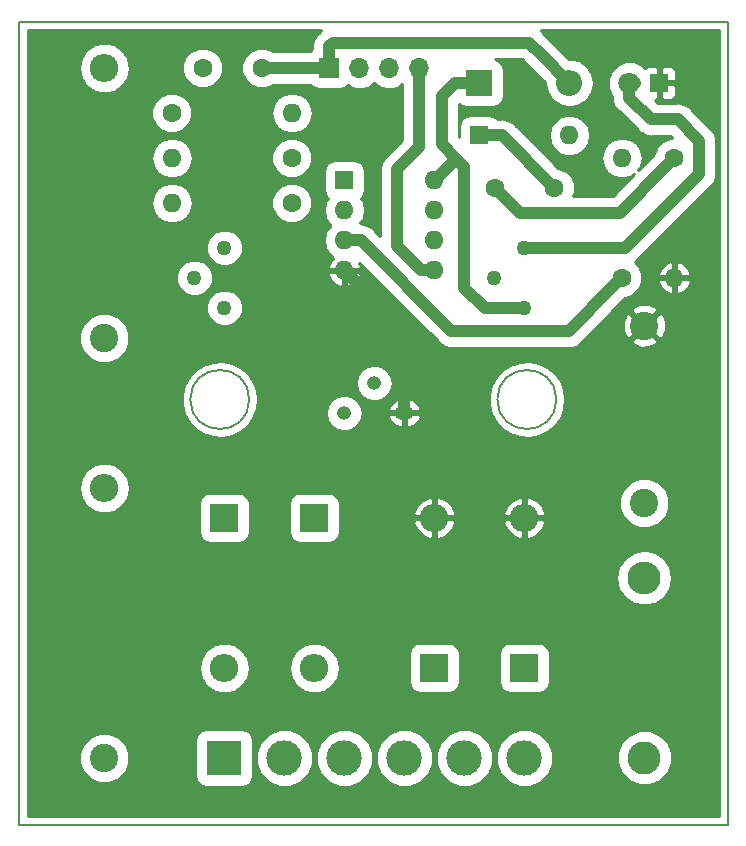
<source format=gbr>
G04 #@! TF.GenerationSoftware,KiCad,Pcbnew,5.0.2-bee76a0~70~ubuntu18.04.1*
G04 #@! TF.CreationDate,2019-02-04T19:22:58+01:00*
G04 #@! TF.ProjectId,regulator,72656775-6c61-4746-9f72-2e6b69636164,rev?*
G04 #@! TF.SameCoordinates,Original*
G04 #@! TF.FileFunction,Copper,L1,Top*
G04 #@! TF.FilePolarity,Positive*
%FSLAX46Y46*%
G04 Gerber Fmt 4.6, Leading zero omitted, Abs format (unit mm)*
G04 Created by KiCad (PCBNEW 5.0.2-bee76a0~70~ubuntu18.04.1) date Po 4. února 2019, 19:22:58 CET*
%MOMM*%
%LPD*%
G01*
G04 APERTURE LIST*
G04 #@! TA.AperFunction,NonConductor*
%ADD10C,0.200000*%
G04 #@! TD*
G04 #@! TA.AperFunction,ComponentPad*
%ADD11C,1.600000*%
G04 #@! TD*
G04 #@! TA.AperFunction,ComponentPad*
%ADD12C,2.400000*%
G04 #@! TD*
G04 #@! TA.AperFunction,ComponentPad*
%ADD13O,2.400000X2.400000*%
G04 #@! TD*
G04 #@! TA.AperFunction,ComponentPad*
%ADD14R,2.400000X2.400000*%
G04 #@! TD*
G04 #@! TA.AperFunction,ComponentPad*
%ADD15R,2.200000X2.200000*%
G04 #@! TD*
G04 #@! TA.AperFunction,ComponentPad*
%ADD16O,2.200000X2.200000*%
G04 #@! TD*
G04 #@! TA.AperFunction,ComponentPad*
%ADD17R,1.600000X1.600000*%
G04 #@! TD*
G04 #@! TA.AperFunction,ComponentPad*
%ADD18O,1.600000X1.600000*%
G04 #@! TD*
G04 #@! TA.AperFunction,ComponentPad*
%ADD19C,1.800000*%
G04 #@! TD*
G04 #@! TA.AperFunction,ComponentPad*
%ADD20O,1.600000X1.200000*%
G04 #@! TD*
G04 #@! TA.AperFunction,ComponentPad*
%ADD21O,1.200000X1.200000*%
G04 #@! TD*
G04 #@! TA.AperFunction,ComponentPad*
%ADD22R,1.700000X1.700000*%
G04 #@! TD*
G04 #@! TA.AperFunction,ComponentPad*
%ADD23O,1.700000X1.700000*%
G04 #@! TD*
G04 #@! TA.AperFunction,ComponentPad*
%ADD24C,3.000000*%
G04 #@! TD*
G04 #@! TA.AperFunction,ComponentPad*
%ADD25R,3.000000X3.000000*%
G04 #@! TD*
G04 #@! TA.AperFunction,ComponentPad*
%ADD26C,2.800000*%
G04 #@! TD*
G04 #@! TA.AperFunction,ComponentPad*
%ADD27O,2.800000X2.800000*%
G04 #@! TD*
G04 #@! TA.AperFunction,ComponentPad*
%ADD28C,1.260000*%
G04 #@! TD*
G04 #@! TA.AperFunction,Conductor*
%ADD29C,1.000000*%
G04 #@! TD*
G04 #@! TA.AperFunction,Conductor*
%ADD30C,0.254000*%
G04 #@! TD*
G04 APERTURE END LIST*
D10*
X138001100Y-103003600D02*
G75*
G03X138001100Y-103003600I-2500000J0D01*
G01*
X178501100Y-71003600D02*
X118501100Y-71003600D01*
X178501100Y-71003600D02*
X178501100Y-139003600D01*
X164001100Y-103003600D02*
G75*
G03X164001100Y-103003600I-2500000J0D01*
G01*
X118501100Y-71003600D02*
X118501100Y-139003600D01*
X178501100Y-139003600D02*
X118501100Y-139003600D01*
D11*
G04 #@! TO.P,C1,1*
G04 #@! TO.N,Net-(C1-Pad1)*
X158830000Y-85090000D03*
G04 #@! TO.P,C1,2*
G04 #@! TO.N,Net-(C1-Pad2)*
X163830000Y-85090000D03*
G04 #@! TD*
G04 #@! TO.P,C2,2*
G04 #@! TO.N,GNDREF*
X139065000Y-74930000D03*
G04 #@! TO.P,C2,1*
G04 #@! TO.N,Net-(C2-Pad1)*
X134065000Y-74930000D03*
G04 #@! TD*
D12*
G04 #@! TO.P,C3,1*
G04 #@! TO.N,Net-(C3-Pad1)*
X171450000Y-111760000D03*
G04 #@! TO.P,C3,2*
G04 #@! TO.N,GND*
X171450000Y-96760000D03*
G04 #@! TD*
D13*
G04 #@! TO.P,D1,2*
G04 #@! TO.N,Net-(D1-Pad2)*
X143510000Y-125730000D03*
D14*
G04 #@! TO.P,D1,1*
G04 #@! TO.N,Net-(D1-Pad1)*
X143510000Y-113030000D03*
G04 #@! TD*
D13*
G04 #@! TO.P,D2,2*
G04 #@! TO.N,GND*
X153670000Y-113030000D03*
D14*
G04 #@! TO.P,D2,1*
G04 #@! TO.N,Net-(D1-Pad2)*
X153670000Y-125730000D03*
G04 #@! TD*
G04 #@! TO.P,D3,1*
G04 #@! TO.N,Net-(D1-Pad1)*
X135890000Y-113030000D03*
D13*
G04 #@! TO.P,D3,2*
G04 #@! TO.N,Net-(D3-Pad2)*
X135890000Y-125730000D03*
G04 #@! TD*
D14*
G04 #@! TO.P,D4,1*
G04 #@! TO.N,Net-(D3-Pad2)*
X161290000Y-125730000D03*
D13*
G04 #@! TO.P,D4,2*
G04 #@! TO.N,GND*
X161290000Y-113030000D03*
G04 #@! TD*
D15*
G04 #@! TO.P,D5,1*
G04 #@! TO.N,VCC*
X157480000Y-76200000D03*
D16*
G04 #@! TO.P,D5,2*
G04 #@! TO.N,GNDREF*
X165100000Y-76200000D03*
G04 #@! TD*
D17*
G04 #@! TO.P,D6,1*
G04 #@! TO.N,Net-(C1-Pad2)*
X157480000Y-80645000D03*
D18*
G04 #@! TO.P,D6,2*
G04 #@! TO.N,Net-(C2-Pad1)*
X165100000Y-80645000D03*
G04 #@! TD*
D17*
G04 #@! TO.P,D7,1*
G04 #@! TO.N,GND*
X172720000Y-76200000D03*
D19*
G04 #@! TO.P,D7,2*
G04 #@! TO.N,GNDREF*
X170180000Y-76200000D03*
G04 #@! TD*
D20*
G04 #@! TO.P,D8,1*
G04 #@! TO.N,GND*
X151130000Y-104140000D03*
D21*
G04 #@! TO.P,D8,2*
G04 #@! TO.N,Net-(C1-Pad1)*
X148590000Y-101600000D03*
G04 #@! TO.P,D8,3*
G04 #@! TO.N,Net-(D1-Pad1)*
X146050000Y-104140000D03*
G04 #@! TD*
D22*
G04 #@! TO.P,HG1,1*
G04 #@! TO.N,GNDREF*
X144780000Y-74930000D03*
D23*
G04 #@! TO.P,HG1,2*
G04 #@! TO.N,Net-(HG1-Pad2)*
X147320000Y-74930000D03*
G04 #@! TO.P,HG1,3*
G04 #@! TO.N,VCC*
X149860000Y-74930000D03*
G04 #@! TO.P,HG1,4*
G04 #@! TO.N,Net-(HG1-Pad4)*
X152400000Y-74930000D03*
G04 #@! TD*
D24*
G04 #@! TO.P,J1,2*
G04 #@! TO.N,Net-(J1-Pad2)*
X140970000Y-133350000D03*
G04 #@! TO.P,J1,3*
G04 #@! TO.N,Net-(J1-Pad3)*
X146050000Y-133350000D03*
D25*
G04 #@! TO.P,J1,1*
G04 #@! TO.N,Net-(D3-Pad2)*
X135890000Y-133350000D03*
D24*
G04 #@! TO.P,J1,4*
G04 #@! TO.N,Net-(J1-Pad3)*
X151130000Y-133350000D03*
G04 #@! TO.P,J1,5*
G04 #@! TO.N,Net-(J1-Pad2)*
X156210000Y-133350000D03*
G04 #@! TO.P,J1,6*
G04 #@! TO.N,Net-(D1-Pad2)*
X161290000Y-133350000D03*
G04 #@! TD*
D12*
G04 #@! TO.P,R1,1*
G04 #@! TO.N,Net-(R1-Pad1)*
X125730000Y-97790000D03*
D13*
G04 #@! TO.P,R1,2*
G04 #@! TO.N,VCC*
X125730000Y-74930000D03*
G04 #@! TD*
G04 #@! TO.P,R2,2*
G04 #@! TO.N,Net-(R1-Pad1)*
X125730000Y-110490000D03*
D12*
G04 #@! TO.P,R2,1*
G04 #@! TO.N,Net-(D1-Pad1)*
X125730000Y-133350000D03*
G04 #@! TD*
D11*
G04 #@! TO.P,R4,1*
G04 #@! TO.N,Net-(R4-Pad1)*
X169545000Y-92710000D03*
D18*
G04 #@! TO.P,R4,2*
G04 #@! TO.N,Net-(R4-Pad2)*
X169545000Y-82550000D03*
G04 #@! TD*
G04 #@! TO.P,R5,2*
G04 #@! TO.N,Net-(R4-Pad1)*
X131445000Y-82550000D03*
D11*
G04 #@! TO.P,R5,1*
G04 #@! TO.N,Net-(C1-Pad2)*
X141605000Y-82550000D03*
G04 #@! TD*
D18*
G04 #@! TO.P,R6,2*
G04 #@! TO.N,Net-(R6-Pad2)*
X131445000Y-86360000D03*
D11*
G04 #@! TO.P,R6,1*
G04 #@! TO.N,Net-(C2-Pad1)*
X141605000Y-86360000D03*
G04 #@! TD*
D26*
G04 #@! TO.P,R7,1*
G04 #@! TO.N,Net-(D1-Pad1)*
X171450000Y-133350000D03*
D27*
G04 #@! TO.P,R7,2*
G04 #@! TO.N,Net-(C3-Pad1)*
X171450000Y-118110000D03*
G04 #@! TD*
D11*
G04 #@! TO.P,R8,1*
G04 #@! TO.N,Net-(C1-Pad1)*
X173990000Y-82550000D03*
D18*
G04 #@! TO.P,R8,2*
G04 #@! TO.N,GND*
X173990000Y-92710000D03*
G04 #@! TD*
D11*
G04 #@! TO.P,R9,1*
G04 #@! TO.N,Net-(R9-Pad1)*
X131445000Y-78740000D03*
D18*
G04 #@! TO.P,R9,2*
G04 #@! TO.N,Net-(HG1-Pad2)*
X141605000Y-78740000D03*
G04 #@! TD*
D28*
G04 #@! TO.P,RV1,1*
G04 #@! TO.N,Net-(R9-Pad1)*
X135890000Y-95250000D03*
G04 #@! TO.P,RV1,2*
G04 #@! TO.N,Net-(R6-Pad2)*
X133350000Y-92710000D03*
G04 #@! TO.P,RV1,3*
X135890000Y-90170000D03*
G04 #@! TD*
G04 #@! TO.P,RV2,3*
G04 #@! TO.N,GNDREF*
X161290000Y-90170000D03*
G04 #@! TO.P,RV2,2*
G04 #@! TO.N,Net-(R4-Pad2)*
X158750000Y-92710000D03*
G04 #@! TO.P,RV2,1*
G04 #@! TO.N,VCC*
X161290000Y-95250000D03*
G04 #@! TD*
D17*
G04 #@! TO.P,U1,1*
G04 #@! TO.N,Net-(C1-Pad2)*
X146050000Y-84455000D03*
D18*
G04 #@! TO.P,U1,5*
G04 #@! TO.N,Net-(HG1-Pad4)*
X153670000Y-92075000D03*
G04 #@! TO.P,U1,2*
G04 #@! TO.N,Net-(C2-Pad1)*
X146050000Y-86995000D03*
G04 #@! TO.P,U1,6*
G04 #@! TO.N,Net-(R9-Pad1)*
X153670000Y-89535000D03*
G04 #@! TO.P,U1,3*
G04 #@! TO.N,Net-(R4-Pad1)*
X146050000Y-89535000D03*
G04 #@! TO.P,U1,7*
G04 #@! TO.N,Net-(R6-Pad2)*
X153670000Y-86995000D03*
G04 #@! TO.P,U1,4*
G04 #@! TO.N,GND*
X146050000Y-92075000D03*
G04 #@! TO.P,U1,8*
G04 #@! TO.N,VCC*
X153670000Y-84455000D03*
G04 #@! TD*
D29*
G04 #@! TO.N,Net-(C1-Pad1)*
X169349999Y-87190001D02*
X173190001Y-83349999D01*
X173190001Y-83349999D02*
X173990000Y-82550000D01*
X160930001Y-87190001D02*
X169349999Y-87190001D01*
X158830000Y-85090000D02*
X160930001Y-87190001D01*
G04 #@! TO.N,Net-(C1-Pad2)*
X159385000Y-80645000D02*
X163830000Y-85090000D01*
X157480000Y-80645000D02*
X159385000Y-80645000D01*
G04 #@! TO.N,GND*
X151130000Y-97155000D02*
X146050000Y-92075000D01*
X151130000Y-104140000D02*
X151130000Y-97155000D01*
G04 #@! TO.N,VCC*
X157937000Y-95250000D02*
X156210000Y-93523000D01*
X161290000Y-95250000D02*
X157937000Y-95250000D01*
X156210000Y-93523000D02*
X156210000Y-83315002D01*
X155380000Y-76200000D02*
X157480000Y-76200000D01*
X154305000Y-77275000D02*
X155380000Y-76200000D01*
X154305000Y-81410002D02*
X154305000Y-77275000D01*
X154469999Y-83635003D02*
X155500000Y-82605002D01*
X153670000Y-84455000D02*
X154469999Y-83655001D01*
X156210000Y-83315002D02*
X155500000Y-82605002D01*
X154469999Y-83655001D02*
X154469999Y-83635003D01*
X155500000Y-82605002D02*
X154305000Y-81410002D01*
G04 #@! TO.N,Net-(HG1-Pad4)*
X152538630Y-92075000D02*
X153670000Y-92075000D01*
X150495000Y-83505000D02*
X150495000Y-90031370D01*
X152400000Y-74930000D02*
X152400000Y-81600000D01*
X150495000Y-90031370D02*
X152538630Y-92075000D01*
X152400000Y-81600000D02*
X150495000Y-83505000D01*
G04 #@! TO.N,Net-(R4-Pad1)*
X155098033Y-97180001D02*
X165074999Y-97180001D01*
X168745001Y-93509999D02*
X169545000Y-92710000D01*
X165074999Y-97180001D02*
X168745001Y-93509999D01*
X147453032Y-89535000D02*
X155098033Y-97180001D01*
X146050000Y-89535000D02*
X147453032Y-89535000D01*
G04 #@! TO.N,GNDREF*
X144780000Y-74930000D02*
X139065000Y-74930000D01*
X161290000Y-90170000D02*
X169830000Y-90170000D01*
X176090001Y-83909999D02*
X176090001Y-81090001D01*
X169830000Y-90170000D02*
X176090001Y-83909999D01*
X170180000Y-76200000D02*
X170619999Y-76200000D01*
X170180000Y-76200000D02*
X170180000Y-77472792D01*
X176090001Y-81090001D02*
X174292792Y-79292792D01*
X170180000Y-77472792D02*
X172000000Y-79292792D01*
X174292792Y-79292792D02*
X172000000Y-79292792D01*
X162779999Y-73879999D02*
X165100000Y-76200000D01*
X161679999Y-72779999D02*
X162779999Y-73879999D01*
X145080001Y-72779999D02*
X161679999Y-72779999D01*
X144780000Y-73080000D02*
X145080001Y-72779999D01*
X144780000Y-74930000D02*
X144780000Y-73080000D01*
G04 #@! TD*
D30*
G04 #@! TO.N,GND*
G36*
X144051192Y-71751190D02*
X143971578Y-71870340D01*
X143870340Y-71971579D01*
X143751192Y-72051191D01*
X143557183Y-72341546D01*
X143435796Y-72523213D01*
X143325045Y-73080000D01*
X143353001Y-73220545D01*
X143353001Y-73350645D01*
X143261670Y-73411670D01*
X143200645Y-73503000D01*
X140080347Y-73503000D01*
X140043267Y-73465920D01*
X139408522Y-73203000D01*
X138721478Y-73203000D01*
X138086733Y-73465920D01*
X137600920Y-73951733D01*
X137338000Y-74586478D01*
X137338000Y-75273522D01*
X137600920Y-75908267D01*
X138086733Y-76394080D01*
X138721478Y-76657000D01*
X139408522Y-76657000D01*
X140043267Y-76394080D01*
X140080347Y-76357000D01*
X143200645Y-76357000D01*
X143261670Y-76448330D01*
X143568303Y-76653215D01*
X143930000Y-76725161D01*
X145630000Y-76725161D01*
X145991697Y-76653215D01*
X146298330Y-76448330D01*
X146327806Y-76404216D01*
X146626649Y-76603897D01*
X147144983Y-76707000D01*
X147495017Y-76707000D01*
X148013351Y-76603897D01*
X148590000Y-76218592D01*
X149166649Y-76603897D01*
X149684983Y-76707000D01*
X150035017Y-76707000D01*
X150553351Y-76603897D01*
X150973000Y-76323496D01*
X150973001Y-81008917D01*
X149585340Y-82396579D01*
X149466191Y-82476192D01*
X149150796Y-82948213D01*
X149068000Y-83364457D01*
X149068000Y-83364460D01*
X149040045Y-83505000D01*
X149068000Y-83645541D01*
X149068001Y-89131888D01*
X148561456Y-88625343D01*
X148481841Y-88506191D01*
X148009820Y-88190796D01*
X147593576Y-88108000D01*
X147593572Y-88108000D01*
X147453032Y-88080045D01*
X147394224Y-88091742D01*
X147676798Y-87668842D01*
X147810833Y-86995000D01*
X147676798Y-86321158D01*
X147444113Y-85972920D01*
X147518330Y-85923330D01*
X147723215Y-85616697D01*
X147795161Y-85255000D01*
X147795161Y-83655000D01*
X147723215Y-83293303D01*
X147518330Y-82986670D01*
X147211697Y-82781785D01*
X146850000Y-82709839D01*
X145250000Y-82709839D01*
X144888303Y-82781785D01*
X144581670Y-82986670D01*
X144376785Y-83293303D01*
X144304839Y-83655000D01*
X144304839Y-85255000D01*
X144376785Y-85616697D01*
X144581670Y-85923330D01*
X144655887Y-85972920D01*
X144423202Y-86321158D01*
X144289167Y-86995000D01*
X144423202Y-87668842D01*
X144804903Y-88240097D01*
X144842173Y-88265000D01*
X144804903Y-88289903D01*
X144423202Y-88861158D01*
X144289167Y-89535000D01*
X144423202Y-90208842D01*
X144804903Y-90780097D01*
X145128249Y-90996150D01*
X144818959Y-91337577D01*
X144658096Y-91725961D01*
X144780085Y-91948000D01*
X145923000Y-91948000D01*
X145923000Y-91928000D01*
X146177000Y-91928000D01*
X146177000Y-91948000D01*
X147319915Y-91948000D01*
X147441904Y-91725961D01*
X147311806Y-91411855D01*
X153989611Y-98089661D01*
X154069224Y-98208810D01*
X154541245Y-98524205D01*
X154957489Y-98607001D01*
X154957492Y-98607001D01*
X155098032Y-98634956D01*
X155238573Y-98607001D01*
X164934459Y-98607001D01*
X165074999Y-98634956D01*
X165215539Y-98607001D01*
X165215543Y-98607001D01*
X165631787Y-98524205D01*
X166103808Y-98208810D01*
X166183423Y-98089658D01*
X166215906Y-98057175D01*
X170332430Y-98057175D01*
X170455565Y-98344788D01*
X171137734Y-98604707D01*
X171867443Y-98583786D01*
X172444435Y-98344788D01*
X172567570Y-98057175D01*
X171450000Y-96939605D01*
X170332430Y-98057175D01*
X166215906Y-98057175D01*
X167825347Y-96447734D01*
X169605293Y-96447734D01*
X169626214Y-97177443D01*
X169865212Y-97754435D01*
X170152825Y-97877570D01*
X171270395Y-96760000D01*
X171629605Y-96760000D01*
X172747175Y-97877570D01*
X173034788Y-97754435D01*
X173294707Y-97072266D01*
X173273786Y-96342557D01*
X173034788Y-95765565D01*
X172747175Y-95642430D01*
X171629605Y-96760000D01*
X171270395Y-96760000D01*
X170152825Y-95642430D01*
X169865212Y-95765565D01*
X169605293Y-96447734D01*
X167825347Y-96447734D01*
X168810256Y-95462825D01*
X170332430Y-95462825D01*
X171450000Y-96580395D01*
X172567570Y-95462825D01*
X172444435Y-95175212D01*
X171762266Y-94915293D01*
X171032557Y-94936214D01*
X170455565Y-95175212D01*
X170332430Y-95462825D01*
X168810256Y-95462825D01*
X169836083Y-94437000D01*
X169888522Y-94437000D01*
X170523267Y-94174080D01*
X171009080Y-93688267D01*
X171269713Y-93059041D01*
X172598086Y-93059041D01*
X172837611Y-93565134D01*
X173252577Y-93941041D01*
X173640961Y-94101904D01*
X173863000Y-93979915D01*
X173863000Y-92837000D01*
X174117000Y-92837000D01*
X174117000Y-93979915D01*
X174339039Y-94101904D01*
X174727423Y-93941041D01*
X175142389Y-93565134D01*
X175381914Y-93059041D01*
X175260629Y-92837000D01*
X174117000Y-92837000D01*
X173863000Y-92837000D01*
X172719371Y-92837000D01*
X172598086Y-93059041D01*
X171269713Y-93059041D01*
X171272000Y-93053522D01*
X171272000Y-92366478D01*
X171269714Y-92360959D01*
X172598086Y-92360959D01*
X172719371Y-92583000D01*
X173863000Y-92583000D01*
X173863000Y-91440085D01*
X174117000Y-91440085D01*
X174117000Y-92583000D01*
X175260629Y-92583000D01*
X175381914Y-92360959D01*
X175142389Y-91854866D01*
X174727423Y-91478959D01*
X174339039Y-91318096D01*
X174117000Y-91440085D01*
X173863000Y-91440085D01*
X173640961Y-91318096D01*
X173252577Y-91478959D01*
X172837611Y-91854866D01*
X172598086Y-92360959D01*
X171269714Y-92360959D01*
X171009080Y-91731733D01*
X170629425Y-91352078D01*
X170858809Y-91198809D01*
X170938424Y-91079657D01*
X176999663Y-85018419D01*
X177118809Y-84938808D01*
X177247321Y-84746478D01*
X177434205Y-84466787D01*
X177491887Y-84176798D01*
X177517001Y-84050543D01*
X177517001Y-84050540D01*
X177544956Y-83910000D01*
X177517001Y-83769460D01*
X177517001Y-81230540D01*
X177544956Y-81090000D01*
X177517001Y-80949460D01*
X177517001Y-80949457D01*
X177434205Y-80533213D01*
X177118810Y-80061192D01*
X176999663Y-79981581D01*
X175401216Y-78383134D01*
X175321601Y-78263983D01*
X174849580Y-77948588D01*
X174433336Y-77865792D01*
X174433332Y-77865792D01*
X174292792Y-77837837D01*
X174152252Y-77865792D01*
X172591082Y-77865792D01*
X172360290Y-77635000D01*
X172434250Y-77635000D01*
X172593000Y-77476250D01*
X172593000Y-76327000D01*
X172847000Y-76327000D01*
X172847000Y-77476250D01*
X173005750Y-77635000D01*
X173646309Y-77635000D01*
X173879698Y-77538327D01*
X174058327Y-77359699D01*
X174155000Y-77126310D01*
X174155000Y-76485750D01*
X173996250Y-76327000D01*
X172847000Y-76327000D01*
X172593000Y-76327000D01*
X172573000Y-76327000D01*
X172573000Y-76073000D01*
X172593000Y-76073000D01*
X172593000Y-74923750D01*
X172847000Y-74923750D01*
X172847000Y-76073000D01*
X173996250Y-76073000D01*
X174155000Y-75914250D01*
X174155000Y-75273690D01*
X174058327Y-75040301D01*
X173879698Y-74861673D01*
X173646309Y-74765000D01*
X173005750Y-74765000D01*
X172847000Y-74923750D01*
X172593000Y-74923750D01*
X172434250Y-74765000D01*
X171793691Y-74765000D01*
X171560302Y-74861673D01*
X171492871Y-74929103D01*
X171214912Y-74651144D01*
X170543413Y-74373000D01*
X169816587Y-74373000D01*
X169145088Y-74651144D01*
X168631144Y-75165088D01*
X168353000Y-75836587D01*
X168353000Y-76563413D01*
X168631144Y-77234912D01*
X168748933Y-77352701D01*
X168725045Y-77472792D01*
X168753000Y-77613332D01*
X168753000Y-77613336D01*
X168835796Y-78029580D01*
X169151192Y-78501601D01*
X169270340Y-78581214D01*
X170891580Y-80202454D01*
X170971191Y-80321601D01*
X171090337Y-80401212D01*
X171090338Y-80401213D01*
X171212875Y-80483090D01*
X171443212Y-80636996D01*
X171859456Y-80719792D01*
X171859460Y-80719792D01*
X172000000Y-80747747D01*
X172140540Y-80719792D01*
X173701710Y-80719792D01*
X173804918Y-80823000D01*
X173646478Y-80823000D01*
X173011733Y-81085920D01*
X172525920Y-81571733D01*
X172263000Y-82206478D01*
X172263000Y-82258917D01*
X170917515Y-83604402D01*
X171171798Y-83223842D01*
X171305833Y-82550000D01*
X171171798Y-81876158D01*
X170790097Y-81304903D01*
X170218842Y-80923202D01*
X169715091Y-80823000D01*
X169374909Y-80823000D01*
X168871158Y-80923202D01*
X168299903Y-81304903D01*
X167918202Y-81876158D01*
X167784167Y-82550000D01*
X167918202Y-83223842D01*
X168299903Y-83795097D01*
X168871158Y-84176798D01*
X169374909Y-84277000D01*
X169715091Y-84277000D01*
X170218842Y-84176798D01*
X170599403Y-83922515D01*
X168758918Y-85763001D01*
X165420525Y-85763001D01*
X165557000Y-85433522D01*
X165557000Y-84746478D01*
X165294080Y-84111733D01*
X164808267Y-83625920D01*
X164173522Y-83363000D01*
X164121082Y-83363000D01*
X161403082Y-80645000D01*
X163339167Y-80645000D01*
X163473202Y-81318842D01*
X163854903Y-81890097D01*
X164426158Y-82271798D01*
X164929909Y-82372000D01*
X165270091Y-82372000D01*
X165773842Y-82271798D01*
X166345097Y-81890097D01*
X166726798Y-81318842D01*
X166860833Y-80645000D01*
X166726798Y-79971158D01*
X166345097Y-79399903D01*
X165773842Y-79018202D01*
X165270091Y-78918000D01*
X164929909Y-78918000D01*
X164426158Y-79018202D01*
X163854903Y-79399903D01*
X163473202Y-79971158D01*
X163339167Y-80645000D01*
X161403082Y-80645000D01*
X160493424Y-79735343D01*
X160413809Y-79616191D01*
X159941788Y-79300796D01*
X159525544Y-79218000D01*
X159525540Y-79218000D01*
X159385000Y-79190045D01*
X159244460Y-79218000D01*
X158975946Y-79218000D01*
X158948330Y-79176670D01*
X158641697Y-78971785D01*
X158280000Y-78899839D01*
X156680000Y-78899839D01*
X156318303Y-78971785D01*
X156011670Y-79176670D01*
X155806785Y-79483303D01*
X155734839Y-79845000D01*
X155734839Y-80821760D01*
X155732000Y-80818921D01*
X155732000Y-77981914D01*
X156018303Y-78173215D01*
X156380000Y-78245161D01*
X158580000Y-78245161D01*
X158941697Y-78173215D01*
X159248330Y-77968330D01*
X159453215Y-77661697D01*
X159525161Y-77300000D01*
X159525161Y-75100000D01*
X159453215Y-74738303D01*
X159248330Y-74431670D01*
X158941697Y-74226785D01*
X158842226Y-74206999D01*
X161088917Y-74206999D01*
X161870337Y-74988420D01*
X161870343Y-74988424D01*
X163041357Y-76159439D01*
X163033289Y-76200000D01*
X163190608Y-76990896D01*
X163638615Y-77661385D01*
X164309104Y-78109392D01*
X164900359Y-78227000D01*
X165299641Y-78227000D01*
X165890896Y-78109392D01*
X166561385Y-77661385D01*
X167009392Y-76990896D01*
X167166711Y-76200000D01*
X167009392Y-75409104D01*
X166561385Y-74738615D01*
X165890896Y-74290608D01*
X165299641Y-74173000D01*
X165091082Y-74173000D01*
X163888424Y-72970343D01*
X163888420Y-72970337D01*
X162788422Y-71870341D01*
X162708808Y-71751190D01*
X162689966Y-71738600D01*
X177766100Y-71738600D01*
X177766101Y-138268600D01*
X119236100Y-138268600D01*
X119236100Y-132926913D01*
X123603000Y-132926913D01*
X123603000Y-133773087D01*
X123926817Y-134554848D01*
X124525152Y-135153183D01*
X125306913Y-135477000D01*
X126153087Y-135477000D01*
X126934848Y-135153183D01*
X127533183Y-134554848D01*
X127857000Y-133773087D01*
X127857000Y-132926913D01*
X127533183Y-132145152D01*
X127238031Y-131850000D01*
X133444839Y-131850000D01*
X133444839Y-134850000D01*
X133516785Y-135211697D01*
X133721670Y-135518330D01*
X134028303Y-135723215D01*
X134390000Y-135795161D01*
X137390000Y-135795161D01*
X137751697Y-135723215D01*
X138058330Y-135518330D01*
X138263215Y-135211697D01*
X138335161Y-134850000D01*
X138335161Y-132867240D01*
X138543000Y-132867240D01*
X138543000Y-133832760D01*
X138912489Y-134724785D01*
X139595215Y-135407511D01*
X140487240Y-135777000D01*
X141452760Y-135777000D01*
X142344785Y-135407511D01*
X143027511Y-134724785D01*
X143397000Y-133832760D01*
X143397000Y-132867240D01*
X143623000Y-132867240D01*
X143623000Y-133832760D01*
X143992489Y-134724785D01*
X144675215Y-135407511D01*
X145567240Y-135777000D01*
X146532760Y-135777000D01*
X147424785Y-135407511D01*
X148107511Y-134724785D01*
X148477000Y-133832760D01*
X148477000Y-132867240D01*
X148703000Y-132867240D01*
X148703000Y-133832760D01*
X149072489Y-134724785D01*
X149755215Y-135407511D01*
X150647240Y-135777000D01*
X151612760Y-135777000D01*
X152504785Y-135407511D01*
X153187511Y-134724785D01*
X153557000Y-133832760D01*
X153557000Y-132867240D01*
X153783000Y-132867240D01*
X153783000Y-133832760D01*
X154152489Y-134724785D01*
X154835215Y-135407511D01*
X155727240Y-135777000D01*
X156692760Y-135777000D01*
X157584785Y-135407511D01*
X158267511Y-134724785D01*
X158637000Y-133832760D01*
X158637000Y-132867240D01*
X158863000Y-132867240D01*
X158863000Y-133832760D01*
X159232489Y-134724785D01*
X159915215Y-135407511D01*
X160807240Y-135777000D01*
X161772760Y-135777000D01*
X162664785Y-135407511D01*
X163347511Y-134724785D01*
X163717000Y-133832760D01*
X163717000Y-132887131D01*
X169123000Y-132887131D01*
X169123000Y-133812869D01*
X169477264Y-134668140D01*
X170131860Y-135322736D01*
X170987131Y-135677000D01*
X171912869Y-135677000D01*
X172768140Y-135322736D01*
X173422736Y-134668140D01*
X173777000Y-133812869D01*
X173777000Y-132887131D01*
X173422736Y-132031860D01*
X172768140Y-131377264D01*
X171912869Y-131023000D01*
X170987131Y-131023000D01*
X170131860Y-131377264D01*
X169477264Y-132031860D01*
X169123000Y-132887131D01*
X163717000Y-132887131D01*
X163717000Y-132867240D01*
X163347511Y-131975215D01*
X162664785Y-131292489D01*
X161772760Y-130923000D01*
X160807240Y-130923000D01*
X159915215Y-131292489D01*
X159232489Y-131975215D01*
X158863000Y-132867240D01*
X158637000Y-132867240D01*
X158267511Y-131975215D01*
X157584785Y-131292489D01*
X156692760Y-130923000D01*
X155727240Y-130923000D01*
X154835215Y-131292489D01*
X154152489Y-131975215D01*
X153783000Y-132867240D01*
X153557000Y-132867240D01*
X153187511Y-131975215D01*
X152504785Y-131292489D01*
X151612760Y-130923000D01*
X150647240Y-130923000D01*
X149755215Y-131292489D01*
X149072489Y-131975215D01*
X148703000Y-132867240D01*
X148477000Y-132867240D01*
X148107511Y-131975215D01*
X147424785Y-131292489D01*
X146532760Y-130923000D01*
X145567240Y-130923000D01*
X144675215Y-131292489D01*
X143992489Y-131975215D01*
X143623000Y-132867240D01*
X143397000Y-132867240D01*
X143027511Y-131975215D01*
X142344785Y-131292489D01*
X141452760Y-130923000D01*
X140487240Y-130923000D01*
X139595215Y-131292489D01*
X138912489Y-131975215D01*
X138543000Y-132867240D01*
X138335161Y-132867240D01*
X138335161Y-131850000D01*
X138263215Y-131488303D01*
X138058330Y-131181670D01*
X137751697Y-130976785D01*
X137390000Y-130904839D01*
X134390000Y-130904839D01*
X134028303Y-130976785D01*
X133721670Y-131181670D01*
X133516785Y-131488303D01*
X133444839Y-131850000D01*
X127238031Y-131850000D01*
X126934848Y-131546817D01*
X126153087Y-131223000D01*
X125306913Y-131223000D01*
X124525152Y-131546817D01*
X123926817Y-132145152D01*
X123603000Y-132926913D01*
X119236100Y-132926913D01*
X119236100Y-125730000D01*
X133721330Y-125730000D01*
X133886410Y-126559914D01*
X134356519Y-127263481D01*
X135060086Y-127733590D01*
X135680511Y-127857000D01*
X136099489Y-127857000D01*
X136719914Y-127733590D01*
X137423481Y-127263481D01*
X137893590Y-126559914D01*
X138058670Y-125730000D01*
X141341330Y-125730000D01*
X141506410Y-126559914D01*
X141976519Y-127263481D01*
X142680086Y-127733590D01*
X143300511Y-127857000D01*
X143719489Y-127857000D01*
X144339914Y-127733590D01*
X145043481Y-127263481D01*
X145513590Y-126559914D01*
X145678670Y-125730000D01*
X145513590Y-124900086D01*
X145266307Y-124530000D01*
X151524839Y-124530000D01*
X151524839Y-126930000D01*
X151596785Y-127291697D01*
X151801670Y-127598330D01*
X152108303Y-127803215D01*
X152470000Y-127875161D01*
X154870000Y-127875161D01*
X155231697Y-127803215D01*
X155538330Y-127598330D01*
X155743215Y-127291697D01*
X155815161Y-126930000D01*
X155815161Y-124530000D01*
X159144839Y-124530000D01*
X159144839Y-126930000D01*
X159216785Y-127291697D01*
X159421670Y-127598330D01*
X159728303Y-127803215D01*
X160090000Y-127875161D01*
X162490000Y-127875161D01*
X162851697Y-127803215D01*
X163158330Y-127598330D01*
X163363215Y-127291697D01*
X163435161Y-126930000D01*
X163435161Y-124530000D01*
X163363215Y-124168303D01*
X163158330Y-123861670D01*
X162851697Y-123656785D01*
X162490000Y-123584839D01*
X160090000Y-123584839D01*
X159728303Y-123656785D01*
X159421670Y-123861670D01*
X159216785Y-124168303D01*
X159144839Y-124530000D01*
X155815161Y-124530000D01*
X155743215Y-124168303D01*
X155538330Y-123861670D01*
X155231697Y-123656785D01*
X154870000Y-123584839D01*
X152470000Y-123584839D01*
X152108303Y-123656785D01*
X151801670Y-123861670D01*
X151596785Y-124168303D01*
X151524839Y-124530000D01*
X145266307Y-124530000D01*
X145043481Y-124196519D01*
X144339914Y-123726410D01*
X143719489Y-123603000D01*
X143300511Y-123603000D01*
X142680086Y-123726410D01*
X141976519Y-124196519D01*
X141506410Y-124900086D01*
X141341330Y-125730000D01*
X138058670Y-125730000D01*
X137893590Y-124900086D01*
X137423481Y-124196519D01*
X136719914Y-123726410D01*
X136099489Y-123603000D01*
X135680511Y-123603000D01*
X135060086Y-123726410D01*
X134356519Y-124196519D01*
X133886410Y-124900086D01*
X133721330Y-125730000D01*
X119236100Y-125730000D01*
X119236100Y-118110000D01*
X169077412Y-118110000D01*
X169258015Y-119017950D01*
X169772327Y-119787673D01*
X170542050Y-120301985D01*
X171220814Y-120437000D01*
X171679186Y-120437000D01*
X172357950Y-120301985D01*
X173127673Y-119787673D01*
X173641985Y-119017950D01*
X173822588Y-118110000D01*
X173641985Y-117202050D01*
X173127673Y-116432327D01*
X172357950Y-115918015D01*
X171679186Y-115783000D01*
X171220814Y-115783000D01*
X170542050Y-115918015D01*
X169772327Y-116432327D01*
X169258015Y-117202050D01*
X169077412Y-118110000D01*
X119236100Y-118110000D01*
X119236100Y-110490000D01*
X123561330Y-110490000D01*
X123726410Y-111319914D01*
X124196519Y-112023481D01*
X124900086Y-112493590D01*
X125520511Y-112617000D01*
X125939489Y-112617000D01*
X126559914Y-112493590D01*
X127263481Y-112023481D01*
X127392761Y-111830000D01*
X133744839Y-111830000D01*
X133744839Y-114230000D01*
X133816785Y-114591697D01*
X134021670Y-114898330D01*
X134328303Y-115103215D01*
X134690000Y-115175161D01*
X137090000Y-115175161D01*
X137451697Y-115103215D01*
X137758330Y-114898330D01*
X137963215Y-114591697D01*
X138035161Y-114230000D01*
X138035161Y-111830000D01*
X141364839Y-111830000D01*
X141364839Y-114230000D01*
X141436785Y-114591697D01*
X141641670Y-114898330D01*
X141948303Y-115103215D01*
X142310000Y-115175161D01*
X144710000Y-115175161D01*
X145071697Y-115103215D01*
X145378330Y-114898330D01*
X145583215Y-114591697D01*
X145655161Y-114230000D01*
X145655161Y-113441807D01*
X151881797Y-113441807D01*
X152175508Y-114094776D01*
X152696742Y-114585642D01*
X153258195Y-114818195D01*
X153543000Y-114701432D01*
X153543000Y-113157000D01*
X153797000Y-113157000D01*
X153797000Y-114701432D01*
X154081805Y-114818195D01*
X154643258Y-114585642D01*
X155164492Y-114094776D01*
X155458203Y-113441807D01*
X159501797Y-113441807D01*
X159795508Y-114094776D01*
X160316742Y-114585642D01*
X160878195Y-114818195D01*
X161163000Y-114701432D01*
X161163000Y-113157000D01*
X161417000Y-113157000D01*
X161417000Y-114701432D01*
X161701805Y-114818195D01*
X162263258Y-114585642D01*
X162784492Y-114094776D01*
X163078203Y-113441807D01*
X162961858Y-113157000D01*
X161417000Y-113157000D01*
X161163000Y-113157000D01*
X159618142Y-113157000D01*
X159501797Y-113441807D01*
X155458203Y-113441807D01*
X155341858Y-113157000D01*
X153797000Y-113157000D01*
X153543000Y-113157000D01*
X151998142Y-113157000D01*
X151881797Y-113441807D01*
X145655161Y-113441807D01*
X145655161Y-112618193D01*
X151881797Y-112618193D01*
X151998142Y-112903000D01*
X153543000Y-112903000D01*
X153543000Y-111358568D01*
X153797000Y-111358568D01*
X153797000Y-112903000D01*
X155341858Y-112903000D01*
X155458203Y-112618193D01*
X159501797Y-112618193D01*
X159618142Y-112903000D01*
X161163000Y-112903000D01*
X161163000Y-111358568D01*
X161417000Y-111358568D01*
X161417000Y-112903000D01*
X162961858Y-112903000D01*
X163078203Y-112618193D01*
X162784492Y-111965224D01*
X162263258Y-111474358D01*
X161931425Y-111336913D01*
X169323000Y-111336913D01*
X169323000Y-112183087D01*
X169646817Y-112964848D01*
X170245152Y-113563183D01*
X171026913Y-113887000D01*
X171873087Y-113887000D01*
X172654848Y-113563183D01*
X173253183Y-112964848D01*
X173577000Y-112183087D01*
X173577000Y-111336913D01*
X173253183Y-110555152D01*
X172654848Y-109956817D01*
X171873087Y-109633000D01*
X171026913Y-109633000D01*
X170245152Y-109956817D01*
X169646817Y-110555152D01*
X169323000Y-111336913D01*
X161931425Y-111336913D01*
X161701805Y-111241805D01*
X161417000Y-111358568D01*
X161163000Y-111358568D01*
X160878195Y-111241805D01*
X160316742Y-111474358D01*
X159795508Y-111965224D01*
X159501797Y-112618193D01*
X155458203Y-112618193D01*
X155164492Y-111965224D01*
X154643258Y-111474358D01*
X154081805Y-111241805D01*
X153797000Y-111358568D01*
X153543000Y-111358568D01*
X153258195Y-111241805D01*
X152696742Y-111474358D01*
X152175508Y-111965224D01*
X151881797Y-112618193D01*
X145655161Y-112618193D01*
X145655161Y-111830000D01*
X145583215Y-111468303D01*
X145378330Y-111161670D01*
X145071697Y-110956785D01*
X144710000Y-110884839D01*
X142310000Y-110884839D01*
X141948303Y-110956785D01*
X141641670Y-111161670D01*
X141436785Y-111468303D01*
X141364839Y-111830000D01*
X138035161Y-111830000D01*
X137963215Y-111468303D01*
X137758330Y-111161670D01*
X137451697Y-110956785D01*
X137090000Y-110884839D01*
X134690000Y-110884839D01*
X134328303Y-110956785D01*
X134021670Y-111161670D01*
X133816785Y-111468303D01*
X133744839Y-111830000D01*
X127392761Y-111830000D01*
X127733590Y-111319914D01*
X127898670Y-110490000D01*
X127733590Y-109660086D01*
X127263481Y-108956519D01*
X126559914Y-108486410D01*
X125939489Y-108363000D01*
X125520511Y-108363000D01*
X124900086Y-108486410D01*
X124196519Y-108956519D01*
X123726410Y-109660086D01*
X123561330Y-110490000D01*
X119236100Y-110490000D01*
X119236100Y-102595640D01*
X132271767Y-102595640D01*
X132271767Y-103411560D01*
X132474678Y-104201845D01*
X132867750Y-104916841D01*
X133426285Y-105511621D01*
X134115188Y-105948812D01*
X134891174Y-106200945D01*
X135705483Y-106252177D01*
X136506950Y-106099289D01*
X137245216Y-105751887D01*
X137873893Y-105231801D01*
X138353478Y-104571708D01*
X138524403Y-104140000D01*
X144493085Y-104140000D01*
X144611598Y-104735806D01*
X144949095Y-105240905D01*
X145454194Y-105578402D01*
X145899607Y-105667000D01*
X146200393Y-105667000D01*
X146645806Y-105578402D01*
X147150905Y-105240905D01*
X147488402Y-104735806D01*
X147543738Y-104457609D01*
X149736538Y-104457609D01*
X149742526Y-104500161D01*
X149970745Y-104927172D01*
X150345002Y-105234343D01*
X150808319Y-105374910D01*
X151003000Y-105219991D01*
X151003000Y-104267000D01*
X151257000Y-104267000D01*
X151257000Y-105219991D01*
X151451681Y-105374910D01*
X151914998Y-105234343D01*
X152289255Y-104927172D01*
X152517474Y-104500161D01*
X152523462Y-104457609D01*
X152398731Y-104267000D01*
X151257000Y-104267000D01*
X151003000Y-104267000D01*
X149861269Y-104267000D01*
X149736538Y-104457609D01*
X147543738Y-104457609D01*
X147606915Y-104140000D01*
X147543739Y-103822391D01*
X149736538Y-103822391D01*
X149861269Y-104013000D01*
X151003000Y-104013000D01*
X151003000Y-103060009D01*
X151257000Y-103060009D01*
X151257000Y-104013000D01*
X152398731Y-104013000D01*
X152523462Y-103822391D01*
X152517474Y-103779839D01*
X152289255Y-103352828D01*
X151914998Y-103045657D01*
X151451681Y-102905090D01*
X151257000Y-103060009D01*
X151003000Y-103060009D01*
X150808319Y-102905090D01*
X150345002Y-103045657D01*
X149970745Y-103352828D01*
X149742526Y-103779839D01*
X149736538Y-103822391D01*
X147543739Y-103822391D01*
X147488402Y-103544194D01*
X147150905Y-103039095D01*
X146645806Y-102701598D01*
X146200393Y-102613000D01*
X145899607Y-102613000D01*
X145454194Y-102701598D01*
X144949095Y-103039095D01*
X144611598Y-103544194D01*
X144493085Y-104140000D01*
X138524403Y-104140000D01*
X138653838Y-103813086D01*
X138756100Y-103003600D01*
X138653838Y-102194114D01*
X138418612Y-101600000D01*
X147033085Y-101600000D01*
X147151598Y-102195806D01*
X147489095Y-102700905D01*
X147994194Y-103038402D01*
X148439607Y-103127000D01*
X148740393Y-103127000D01*
X149185806Y-103038402D01*
X149690905Y-102700905D01*
X149761240Y-102595640D01*
X158271767Y-102595640D01*
X158271767Y-103411560D01*
X158474678Y-104201845D01*
X158867750Y-104916841D01*
X159426285Y-105511621D01*
X160115188Y-105948812D01*
X160891174Y-106200945D01*
X161705483Y-106252177D01*
X162506950Y-106099289D01*
X163245216Y-105751887D01*
X163873893Y-105231801D01*
X164353478Y-104571708D01*
X164653838Y-103813086D01*
X164756100Y-103003600D01*
X164653838Y-102194114D01*
X164353478Y-101435492D01*
X163873893Y-100775399D01*
X163245216Y-100255313D01*
X162506950Y-99907911D01*
X161705483Y-99755023D01*
X160891174Y-99806255D01*
X160115188Y-100058388D01*
X159426285Y-100495579D01*
X158867750Y-101090359D01*
X158474678Y-101805355D01*
X158271767Y-102595640D01*
X149761240Y-102595640D01*
X150028402Y-102195806D01*
X150146915Y-101600000D01*
X150028402Y-101004194D01*
X149690905Y-100499095D01*
X149185806Y-100161598D01*
X148740393Y-100073000D01*
X148439607Y-100073000D01*
X147994194Y-100161598D01*
X147489095Y-100499095D01*
X147151598Y-101004194D01*
X147033085Y-101600000D01*
X138418612Y-101600000D01*
X138353478Y-101435492D01*
X137873893Y-100775399D01*
X137245216Y-100255313D01*
X136506950Y-99907911D01*
X135705483Y-99755023D01*
X134891174Y-99806255D01*
X134115188Y-100058388D01*
X133426285Y-100495579D01*
X132867750Y-101090359D01*
X132474678Y-101805355D01*
X132271767Y-102595640D01*
X119236100Y-102595640D01*
X119236100Y-97366913D01*
X123603000Y-97366913D01*
X123603000Y-98213087D01*
X123926817Y-98994848D01*
X124525152Y-99593183D01*
X125306913Y-99917000D01*
X126153087Y-99917000D01*
X126934848Y-99593183D01*
X127533183Y-98994848D01*
X127857000Y-98213087D01*
X127857000Y-97366913D01*
X127533183Y-96585152D01*
X126934848Y-95986817D01*
X126153087Y-95663000D01*
X125306913Y-95663000D01*
X124525152Y-95986817D01*
X123926817Y-96585152D01*
X123603000Y-97366913D01*
X119236100Y-97366913D01*
X119236100Y-94940294D01*
X134333000Y-94940294D01*
X134333000Y-95559706D01*
X134570039Y-96131969D01*
X135008031Y-96569961D01*
X135580294Y-96807000D01*
X136199706Y-96807000D01*
X136771969Y-96569961D01*
X137209961Y-96131969D01*
X137447000Y-95559706D01*
X137447000Y-94940294D01*
X137209961Y-94368031D01*
X136771969Y-93930039D01*
X136199706Y-93693000D01*
X135580294Y-93693000D01*
X135008031Y-93930039D01*
X134570039Y-94368031D01*
X134333000Y-94940294D01*
X119236100Y-94940294D01*
X119236100Y-92400294D01*
X131793000Y-92400294D01*
X131793000Y-93019706D01*
X132030039Y-93591969D01*
X132468031Y-94029961D01*
X133040294Y-94267000D01*
X133659706Y-94267000D01*
X134231969Y-94029961D01*
X134669961Y-93591969D01*
X134907000Y-93019706D01*
X134907000Y-92424039D01*
X144658096Y-92424039D01*
X144818959Y-92812423D01*
X145194866Y-93227389D01*
X145700959Y-93466914D01*
X145923000Y-93345629D01*
X145923000Y-92202000D01*
X146177000Y-92202000D01*
X146177000Y-93345629D01*
X146399041Y-93466914D01*
X146905134Y-93227389D01*
X147281041Y-92812423D01*
X147441904Y-92424039D01*
X147319915Y-92202000D01*
X146177000Y-92202000D01*
X145923000Y-92202000D01*
X144780085Y-92202000D01*
X144658096Y-92424039D01*
X134907000Y-92424039D01*
X134907000Y-92400294D01*
X134669961Y-91828031D01*
X134231969Y-91390039D01*
X133659706Y-91153000D01*
X133040294Y-91153000D01*
X132468031Y-91390039D01*
X132030039Y-91828031D01*
X131793000Y-92400294D01*
X119236100Y-92400294D01*
X119236100Y-89860294D01*
X134333000Y-89860294D01*
X134333000Y-90479706D01*
X134570039Y-91051969D01*
X135008031Y-91489961D01*
X135580294Y-91727000D01*
X136199706Y-91727000D01*
X136771969Y-91489961D01*
X137209961Y-91051969D01*
X137447000Y-90479706D01*
X137447000Y-89860294D01*
X137209961Y-89288031D01*
X136771969Y-88850039D01*
X136199706Y-88613000D01*
X135580294Y-88613000D01*
X135008031Y-88850039D01*
X134570039Y-89288031D01*
X134333000Y-89860294D01*
X119236100Y-89860294D01*
X119236100Y-86360000D01*
X129684167Y-86360000D01*
X129818202Y-87033842D01*
X130199903Y-87605097D01*
X130771158Y-87986798D01*
X131274909Y-88087000D01*
X131615091Y-88087000D01*
X132118842Y-87986798D01*
X132690097Y-87605097D01*
X133071798Y-87033842D01*
X133205833Y-86360000D01*
X133137503Y-86016478D01*
X139878000Y-86016478D01*
X139878000Y-86703522D01*
X140140920Y-87338267D01*
X140626733Y-87824080D01*
X141261478Y-88087000D01*
X141948522Y-88087000D01*
X142583267Y-87824080D01*
X143069080Y-87338267D01*
X143332000Y-86703522D01*
X143332000Y-86016478D01*
X143069080Y-85381733D01*
X142583267Y-84895920D01*
X141948522Y-84633000D01*
X141261478Y-84633000D01*
X140626733Y-84895920D01*
X140140920Y-85381733D01*
X139878000Y-86016478D01*
X133137503Y-86016478D01*
X133071798Y-85686158D01*
X132690097Y-85114903D01*
X132118842Y-84733202D01*
X131615091Y-84633000D01*
X131274909Y-84633000D01*
X130771158Y-84733202D01*
X130199903Y-85114903D01*
X129818202Y-85686158D01*
X129684167Y-86360000D01*
X119236100Y-86360000D01*
X119236100Y-82550000D01*
X129684167Y-82550000D01*
X129818202Y-83223842D01*
X130199903Y-83795097D01*
X130771158Y-84176798D01*
X131274909Y-84277000D01*
X131615091Y-84277000D01*
X132118842Y-84176798D01*
X132690097Y-83795097D01*
X133071798Y-83223842D01*
X133205833Y-82550000D01*
X133137503Y-82206478D01*
X139878000Y-82206478D01*
X139878000Y-82893522D01*
X140140920Y-83528267D01*
X140626733Y-84014080D01*
X141261478Y-84277000D01*
X141948522Y-84277000D01*
X142583267Y-84014080D01*
X143069080Y-83528267D01*
X143332000Y-82893522D01*
X143332000Y-82206478D01*
X143069080Y-81571733D01*
X142583267Y-81085920D01*
X141948522Y-80823000D01*
X141261478Y-80823000D01*
X140626733Y-81085920D01*
X140140920Y-81571733D01*
X139878000Y-82206478D01*
X133137503Y-82206478D01*
X133071798Y-81876158D01*
X132690097Y-81304903D01*
X132118842Y-80923202D01*
X131615091Y-80823000D01*
X131274909Y-80823000D01*
X130771158Y-80923202D01*
X130199903Y-81304903D01*
X129818202Y-81876158D01*
X129684167Y-82550000D01*
X119236100Y-82550000D01*
X119236100Y-78396478D01*
X129718000Y-78396478D01*
X129718000Y-79083522D01*
X129980920Y-79718267D01*
X130466733Y-80204080D01*
X131101478Y-80467000D01*
X131788522Y-80467000D01*
X132423267Y-80204080D01*
X132909080Y-79718267D01*
X133172000Y-79083522D01*
X133172000Y-78740000D01*
X139844167Y-78740000D01*
X139978202Y-79413842D01*
X140359903Y-79985097D01*
X140931158Y-80366798D01*
X141434909Y-80467000D01*
X141775091Y-80467000D01*
X142278842Y-80366798D01*
X142850097Y-79985097D01*
X143231798Y-79413842D01*
X143365833Y-78740000D01*
X143231798Y-78066158D01*
X142850097Y-77494903D01*
X142278842Y-77113202D01*
X141775091Y-77013000D01*
X141434909Y-77013000D01*
X140931158Y-77113202D01*
X140359903Y-77494903D01*
X139978202Y-78066158D01*
X139844167Y-78740000D01*
X133172000Y-78740000D01*
X133172000Y-78396478D01*
X132909080Y-77761733D01*
X132423267Y-77275920D01*
X131788522Y-77013000D01*
X131101478Y-77013000D01*
X130466733Y-77275920D01*
X129980920Y-77761733D01*
X129718000Y-78396478D01*
X119236100Y-78396478D01*
X119236100Y-74930000D01*
X123561330Y-74930000D01*
X123726410Y-75759914D01*
X124196519Y-76463481D01*
X124900086Y-76933590D01*
X125520511Y-77057000D01*
X125939489Y-77057000D01*
X126559914Y-76933590D01*
X127263481Y-76463481D01*
X127733590Y-75759914D01*
X127898670Y-74930000D01*
X127830340Y-74586478D01*
X132338000Y-74586478D01*
X132338000Y-75273522D01*
X132600920Y-75908267D01*
X133086733Y-76394080D01*
X133721478Y-76657000D01*
X134408522Y-76657000D01*
X135043267Y-76394080D01*
X135529080Y-75908267D01*
X135792000Y-75273522D01*
X135792000Y-74586478D01*
X135529080Y-73951733D01*
X135043267Y-73465920D01*
X134408522Y-73203000D01*
X133721478Y-73203000D01*
X133086733Y-73465920D01*
X132600920Y-73951733D01*
X132338000Y-74586478D01*
X127830340Y-74586478D01*
X127733590Y-74100086D01*
X127263481Y-73396519D01*
X126559914Y-72926410D01*
X125939489Y-72803000D01*
X125520511Y-72803000D01*
X124900086Y-72926410D01*
X124196519Y-73396519D01*
X123726410Y-74100086D01*
X123561330Y-74930000D01*
X119236100Y-74930000D01*
X119236100Y-71738600D01*
X144070034Y-71738600D01*
X144051192Y-71751190D01*
X144051192Y-71751190D01*
G37*
X144051192Y-71751190D02*
X143971578Y-71870340D01*
X143870340Y-71971579D01*
X143751192Y-72051191D01*
X143557183Y-72341546D01*
X143435796Y-72523213D01*
X143325045Y-73080000D01*
X143353001Y-73220545D01*
X143353001Y-73350645D01*
X143261670Y-73411670D01*
X143200645Y-73503000D01*
X140080347Y-73503000D01*
X140043267Y-73465920D01*
X139408522Y-73203000D01*
X138721478Y-73203000D01*
X138086733Y-73465920D01*
X137600920Y-73951733D01*
X137338000Y-74586478D01*
X137338000Y-75273522D01*
X137600920Y-75908267D01*
X138086733Y-76394080D01*
X138721478Y-76657000D01*
X139408522Y-76657000D01*
X140043267Y-76394080D01*
X140080347Y-76357000D01*
X143200645Y-76357000D01*
X143261670Y-76448330D01*
X143568303Y-76653215D01*
X143930000Y-76725161D01*
X145630000Y-76725161D01*
X145991697Y-76653215D01*
X146298330Y-76448330D01*
X146327806Y-76404216D01*
X146626649Y-76603897D01*
X147144983Y-76707000D01*
X147495017Y-76707000D01*
X148013351Y-76603897D01*
X148590000Y-76218592D01*
X149166649Y-76603897D01*
X149684983Y-76707000D01*
X150035017Y-76707000D01*
X150553351Y-76603897D01*
X150973000Y-76323496D01*
X150973001Y-81008917D01*
X149585340Y-82396579D01*
X149466191Y-82476192D01*
X149150796Y-82948213D01*
X149068000Y-83364457D01*
X149068000Y-83364460D01*
X149040045Y-83505000D01*
X149068000Y-83645541D01*
X149068001Y-89131888D01*
X148561456Y-88625343D01*
X148481841Y-88506191D01*
X148009820Y-88190796D01*
X147593576Y-88108000D01*
X147593572Y-88108000D01*
X147453032Y-88080045D01*
X147394224Y-88091742D01*
X147676798Y-87668842D01*
X147810833Y-86995000D01*
X147676798Y-86321158D01*
X147444113Y-85972920D01*
X147518330Y-85923330D01*
X147723215Y-85616697D01*
X147795161Y-85255000D01*
X147795161Y-83655000D01*
X147723215Y-83293303D01*
X147518330Y-82986670D01*
X147211697Y-82781785D01*
X146850000Y-82709839D01*
X145250000Y-82709839D01*
X144888303Y-82781785D01*
X144581670Y-82986670D01*
X144376785Y-83293303D01*
X144304839Y-83655000D01*
X144304839Y-85255000D01*
X144376785Y-85616697D01*
X144581670Y-85923330D01*
X144655887Y-85972920D01*
X144423202Y-86321158D01*
X144289167Y-86995000D01*
X144423202Y-87668842D01*
X144804903Y-88240097D01*
X144842173Y-88265000D01*
X144804903Y-88289903D01*
X144423202Y-88861158D01*
X144289167Y-89535000D01*
X144423202Y-90208842D01*
X144804903Y-90780097D01*
X145128249Y-90996150D01*
X144818959Y-91337577D01*
X144658096Y-91725961D01*
X144780085Y-91948000D01*
X145923000Y-91948000D01*
X145923000Y-91928000D01*
X146177000Y-91928000D01*
X146177000Y-91948000D01*
X147319915Y-91948000D01*
X147441904Y-91725961D01*
X147311806Y-91411855D01*
X153989611Y-98089661D01*
X154069224Y-98208810D01*
X154541245Y-98524205D01*
X154957489Y-98607001D01*
X154957492Y-98607001D01*
X155098032Y-98634956D01*
X155238573Y-98607001D01*
X164934459Y-98607001D01*
X165074999Y-98634956D01*
X165215539Y-98607001D01*
X165215543Y-98607001D01*
X165631787Y-98524205D01*
X166103808Y-98208810D01*
X166183423Y-98089658D01*
X166215906Y-98057175D01*
X170332430Y-98057175D01*
X170455565Y-98344788D01*
X171137734Y-98604707D01*
X171867443Y-98583786D01*
X172444435Y-98344788D01*
X172567570Y-98057175D01*
X171450000Y-96939605D01*
X170332430Y-98057175D01*
X166215906Y-98057175D01*
X167825347Y-96447734D01*
X169605293Y-96447734D01*
X169626214Y-97177443D01*
X169865212Y-97754435D01*
X170152825Y-97877570D01*
X171270395Y-96760000D01*
X171629605Y-96760000D01*
X172747175Y-97877570D01*
X173034788Y-97754435D01*
X173294707Y-97072266D01*
X173273786Y-96342557D01*
X173034788Y-95765565D01*
X172747175Y-95642430D01*
X171629605Y-96760000D01*
X171270395Y-96760000D01*
X170152825Y-95642430D01*
X169865212Y-95765565D01*
X169605293Y-96447734D01*
X167825347Y-96447734D01*
X168810256Y-95462825D01*
X170332430Y-95462825D01*
X171450000Y-96580395D01*
X172567570Y-95462825D01*
X172444435Y-95175212D01*
X171762266Y-94915293D01*
X171032557Y-94936214D01*
X170455565Y-95175212D01*
X170332430Y-95462825D01*
X168810256Y-95462825D01*
X169836083Y-94437000D01*
X169888522Y-94437000D01*
X170523267Y-94174080D01*
X171009080Y-93688267D01*
X171269713Y-93059041D01*
X172598086Y-93059041D01*
X172837611Y-93565134D01*
X173252577Y-93941041D01*
X173640961Y-94101904D01*
X173863000Y-93979915D01*
X173863000Y-92837000D01*
X174117000Y-92837000D01*
X174117000Y-93979915D01*
X174339039Y-94101904D01*
X174727423Y-93941041D01*
X175142389Y-93565134D01*
X175381914Y-93059041D01*
X175260629Y-92837000D01*
X174117000Y-92837000D01*
X173863000Y-92837000D01*
X172719371Y-92837000D01*
X172598086Y-93059041D01*
X171269713Y-93059041D01*
X171272000Y-93053522D01*
X171272000Y-92366478D01*
X171269714Y-92360959D01*
X172598086Y-92360959D01*
X172719371Y-92583000D01*
X173863000Y-92583000D01*
X173863000Y-91440085D01*
X174117000Y-91440085D01*
X174117000Y-92583000D01*
X175260629Y-92583000D01*
X175381914Y-92360959D01*
X175142389Y-91854866D01*
X174727423Y-91478959D01*
X174339039Y-91318096D01*
X174117000Y-91440085D01*
X173863000Y-91440085D01*
X173640961Y-91318096D01*
X173252577Y-91478959D01*
X172837611Y-91854866D01*
X172598086Y-92360959D01*
X171269714Y-92360959D01*
X171009080Y-91731733D01*
X170629425Y-91352078D01*
X170858809Y-91198809D01*
X170938424Y-91079657D01*
X176999663Y-85018419D01*
X177118809Y-84938808D01*
X177247321Y-84746478D01*
X177434205Y-84466787D01*
X177491887Y-84176798D01*
X177517001Y-84050543D01*
X177517001Y-84050540D01*
X177544956Y-83910000D01*
X177517001Y-83769460D01*
X177517001Y-81230540D01*
X177544956Y-81090000D01*
X177517001Y-80949460D01*
X177517001Y-80949457D01*
X177434205Y-80533213D01*
X177118810Y-80061192D01*
X176999663Y-79981581D01*
X175401216Y-78383134D01*
X175321601Y-78263983D01*
X174849580Y-77948588D01*
X174433336Y-77865792D01*
X174433332Y-77865792D01*
X174292792Y-77837837D01*
X174152252Y-77865792D01*
X172591082Y-77865792D01*
X172360290Y-77635000D01*
X172434250Y-77635000D01*
X172593000Y-77476250D01*
X172593000Y-76327000D01*
X172847000Y-76327000D01*
X172847000Y-77476250D01*
X173005750Y-77635000D01*
X173646309Y-77635000D01*
X173879698Y-77538327D01*
X174058327Y-77359699D01*
X174155000Y-77126310D01*
X174155000Y-76485750D01*
X173996250Y-76327000D01*
X172847000Y-76327000D01*
X172593000Y-76327000D01*
X172573000Y-76327000D01*
X172573000Y-76073000D01*
X172593000Y-76073000D01*
X172593000Y-74923750D01*
X172847000Y-74923750D01*
X172847000Y-76073000D01*
X173996250Y-76073000D01*
X174155000Y-75914250D01*
X174155000Y-75273690D01*
X174058327Y-75040301D01*
X173879698Y-74861673D01*
X173646309Y-74765000D01*
X173005750Y-74765000D01*
X172847000Y-74923750D01*
X172593000Y-74923750D01*
X172434250Y-74765000D01*
X171793691Y-74765000D01*
X171560302Y-74861673D01*
X171492871Y-74929103D01*
X171214912Y-74651144D01*
X170543413Y-74373000D01*
X169816587Y-74373000D01*
X169145088Y-74651144D01*
X168631144Y-75165088D01*
X168353000Y-75836587D01*
X168353000Y-76563413D01*
X168631144Y-77234912D01*
X168748933Y-77352701D01*
X168725045Y-77472792D01*
X168753000Y-77613332D01*
X168753000Y-77613336D01*
X168835796Y-78029580D01*
X169151192Y-78501601D01*
X169270340Y-78581214D01*
X170891580Y-80202454D01*
X170971191Y-80321601D01*
X171090337Y-80401212D01*
X171090338Y-80401213D01*
X171212875Y-80483090D01*
X171443212Y-80636996D01*
X171859456Y-80719792D01*
X171859460Y-80719792D01*
X172000000Y-80747747D01*
X172140540Y-80719792D01*
X173701710Y-80719792D01*
X173804918Y-80823000D01*
X173646478Y-80823000D01*
X173011733Y-81085920D01*
X172525920Y-81571733D01*
X172263000Y-82206478D01*
X172263000Y-82258917D01*
X170917515Y-83604402D01*
X171171798Y-83223842D01*
X171305833Y-82550000D01*
X171171798Y-81876158D01*
X170790097Y-81304903D01*
X170218842Y-80923202D01*
X169715091Y-80823000D01*
X169374909Y-80823000D01*
X168871158Y-80923202D01*
X168299903Y-81304903D01*
X167918202Y-81876158D01*
X167784167Y-82550000D01*
X167918202Y-83223842D01*
X168299903Y-83795097D01*
X168871158Y-84176798D01*
X169374909Y-84277000D01*
X169715091Y-84277000D01*
X170218842Y-84176798D01*
X170599403Y-83922515D01*
X168758918Y-85763001D01*
X165420525Y-85763001D01*
X165557000Y-85433522D01*
X165557000Y-84746478D01*
X165294080Y-84111733D01*
X164808267Y-83625920D01*
X164173522Y-83363000D01*
X164121082Y-83363000D01*
X161403082Y-80645000D01*
X163339167Y-80645000D01*
X163473202Y-81318842D01*
X163854903Y-81890097D01*
X164426158Y-82271798D01*
X164929909Y-82372000D01*
X165270091Y-82372000D01*
X165773842Y-82271798D01*
X166345097Y-81890097D01*
X166726798Y-81318842D01*
X166860833Y-80645000D01*
X166726798Y-79971158D01*
X166345097Y-79399903D01*
X165773842Y-79018202D01*
X165270091Y-78918000D01*
X164929909Y-78918000D01*
X164426158Y-79018202D01*
X163854903Y-79399903D01*
X163473202Y-79971158D01*
X163339167Y-80645000D01*
X161403082Y-80645000D01*
X160493424Y-79735343D01*
X160413809Y-79616191D01*
X159941788Y-79300796D01*
X159525544Y-79218000D01*
X159525540Y-79218000D01*
X159385000Y-79190045D01*
X159244460Y-79218000D01*
X158975946Y-79218000D01*
X158948330Y-79176670D01*
X158641697Y-78971785D01*
X158280000Y-78899839D01*
X156680000Y-78899839D01*
X156318303Y-78971785D01*
X156011670Y-79176670D01*
X155806785Y-79483303D01*
X155734839Y-79845000D01*
X155734839Y-80821760D01*
X155732000Y-80818921D01*
X155732000Y-77981914D01*
X156018303Y-78173215D01*
X156380000Y-78245161D01*
X158580000Y-78245161D01*
X158941697Y-78173215D01*
X159248330Y-77968330D01*
X159453215Y-77661697D01*
X159525161Y-77300000D01*
X159525161Y-75100000D01*
X159453215Y-74738303D01*
X159248330Y-74431670D01*
X158941697Y-74226785D01*
X158842226Y-74206999D01*
X161088917Y-74206999D01*
X161870337Y-74988420D01*
X161870343Y-74988424D01*
X163041357Y-76159439D01*
X163033289Y-76200000D01*
X163190608Y-76990896D01*
X163638615Y-77661385D01*
X164309104Y-78109392D01*
X164900359Y-78227000D01*
X165299641Y-78227000D01*
X165890896Y-78109392D01*
X166561385Y-77661385D01*
X167009392Y-76990896D01*
X167166711Y-76200000D01*
X167009392Y-75409104D01*
X166561385Y-74738615D01*
X165890896Y-74290608D01*
X165299641Y-74173000D01*
X165091082Y-74173000D01*
X163888424Y-72970343D01*
X163888420Y-72970337D01*
X162788422Y-71870341D01*
X162708808Y-71751190D01*
X162689966Y-71738600D01*
X177766100Y-71738600D01*
X177766101Y-138268600D01*
X119236100Y-138268600D01*
X119236100Y-132926913D01*
X123603000Y-132926913D01*
X123603000Y-133773087D01*
X123926817Y-134554848D01*
X124525152Y-135153183D01*
X125306913Y-135477000D01*
X126153087Y-135477000D01*
X126934848Y-135153183D01*
X127533183Y-134554848D01*
X127857000Y-133773087D01*
X127857000Y-132926913D01*
X127533183Y-132145152D01*
X127238031Y-131850000D01*
X133444839Y-131850000D01*
X133444839Y-134850000D01*
X133516785Y-135211697D01*
X133721670Y-135518330D01*
X134028303Y-135723215D01*
X134390000Y-135795161D01*
X137390000Y-135795161D01*
X137751697Y-135723215D01*
X138058330Y-135518330D01*
X138263215Y-135211697D01*
X138335161Y-134850000D01*
X138335161Y-132867240D01*
X138543000Y-132867240D01*
X138543000Y-133832760D01*
X138912489Y-134724785D01*
X139595215Y-135407511D01*
X140487240Y-135777000D01*
X141452760Y-135777000D01*
X142344785Y-135407511D01*
X143027511Y-134724785D01*
X143397000Y-133832760D01*
X143397000Y-132867240D01*
X143623000Y-132867240D01*
X143623000Y-133832760D01*
X143992489Y-134724785D01*
X144675215Y-135407511D01*
X145567240Y-135777000D01*
X146532760Y-135777000D01*
X147424785Y-135407511D01*
X148107511Y-134724785D01*
X148477000Y-133832760D01*
X148477000Y-132867240D01*
X148703000Y-132867240D01*
X148703000Y-133832760D01*
X149072489Y-134724785D01*
X149755215Y-135407511D01*
X150647240Y-135777000D01*
X151612760Y-135777000D01*
X152504785Y-135407511D01*
X153187511Y-134724785D01*
X153557000Y-133832760D01*
X153557000Y-132867240D01*
X153783000Y-132867240D01*
X153783000Y-133832760D01*
X154152489Y-134724785D01*
X154835215Y-135407511D01*
X155727240Y-135777000D01*
X156692760Y-135777000D01*
X157584785Y-135407511D01*
X158267511Y-134724785D01*
X158637000Y-133832760D01*
X158637000Y-132867240D01*
X158863000Y-132867240D01*
X158863000Y-133832760D01*
X159232489Y-134724785D01*
X159915215Y-135407511D01*
X160807240Y-135777000D01*
X161772760Y-135777000D01*
X162664785Y-135407511D01*
X163347511Y-134724785D01*
X163717000Y-133832760D01*
X163717000Y-132887131D01*
X169123000Y-132887131D01*
X169123000Y-133812869D01*
X169477264Y-134668140D01*
X170131860Y-135322736D01*
X170987131Y-135677000D01*
X171912869Y-135677000D01*
X172768140Y-135322736D01*
X173422736Y-134668140D01*
X173777000Y-133812869D01*
X173777000Y-132887131D01*
X173422736Y-132031860D01*
X172768140Y-131377264D01*
X171912869Y-131023000D01*
X170987131Y-131023000D01*
X170131860Y-131377264D01*
X169477264Y-132031860D01*
X169123000Y-132887131D01*
X163717000Y-132887131D01*
X163717000Y-132867240D01*
X163347511Y-131975215D01*
X162664785Y-131292489D01*
X161772760Y-130923000D01*
X160807240Y-130923000D01*
X159915215Y-131292489D01*
X159232489Y-131975215D01*
X158863000Y-132867240D01*
X158637000Y-132867240D01*
X158267511Y-131975215D01*
X157584785Y-131292489D01*
X156692760Y-130923000D01*
X155727240Y-130923000D01*
X154835215Y-131292489D01*
X154152489Y-131975215D01*
X153783000Y-132867240D01*
X153557000Y-132867240D01*
X153187511Y-131975215D01*
X152504785Y-131292489D01*
X151612760Y-130923000D01*
X150647240Y-130923000D01*
X149755215Y-131292489D01*
X149072489Y-131975215D01*
X148703000Y-132867240D01*
X148477000Y-132867240D01*
X148107511Y-131975215D01*
X147424785Y-131292489D01*
X146532760Y-130923000D01*
X145567240Y-130923000D01*
X144675215Y-131292489D01*
X143992489Y-131975215D01*
X143623000Y-132867240D01*
X143397000Y-132867240D01*
X143027511Y-131975215D01*
X142344785Y-131292489D01*
X141452760Y-130923000D01*
X140487240Y-130923000D01*
X139595215Y-131292489D01*
X138912489Y-131975215D01*
X138543000Y-132867240D01*
X138335161Y-132867240D01*
X138335161Y-131850000D01*
X138263215Y-131488303D01*
X138058330Y-131181670D01*
X137751697Y-130976785D01*
X137390000Y-130904839D01*
X134390000Y-130904839D01*
X134028303Y-130976785D01*
X133721670Y-131181670D01*
X133516785Y-131488303D01*
X133444839Y-131850000D01*
X127238031Y-131850000D01*
X126934848Y-131546817D01*
X126153087Y-131223000D01*
X125306913Y-131223000D01*
X124525152Y-131546817D01*
X123926817Y-132145152D01*
X123603000Y-132926913D01*
X119236100Y-132926913D01*
X119236100Y-125730000D01*
X133721330Y-125730000D01*
X133886410Y-126559914D01*
X134356519Y-127263481D01*
X135060086Y-127733590D01*
X135680511Y-127857000D01*
X136099489Y-127857000D01*
X136719914Y-127733590D01*
X137423481Y-127263481D01*
X137893590Y-126559914D01*
X138058670Y-125730000D01*
X141341330Y-125730000D01*
X141506410Y-126559914D01*
X141976519Y-127263481D01*
X142680086Y-127733590D01*
X143300511Y-127857000D01*
X143719489Y-127857000D01*
X144339914Y-127733590D01*
X145043481Y-127263481D01*
X145513590Y-126559914D01*
X145678670Y-125730000D01*
X145513590Y-124900086D01*
X145266307Y-124530000D01*
X151524839Y-124530000D01*
X151524839Y-126930000D01*
X151596785Y-127291697D01*
X151801670Y-127598330D01*
X152108303Y-127803215D01*
X152470000Y-127875161D01*
X154870000Y-127875161D01*
X155231697Y-127803215D01*
X155538330Y-127598330D01*
X155743215Y-127291697D01*
X155815161Y-126930000D01*
X155815161Y-124530000D01*
X159144839Y-124530000D01*
X159144839Y-126930000D01*
X159216785Y-127291697D01*
X159421670Y-127598330D01*
X159728303Y-127803215D01*
X160090000Y-127875161D01*
X162490000Y-127875161D01*
X162851697Y-127803215D01*
X163158330Y-127598330D01*
X163363215Y-127291697D01*
X163435161Y-126930000D01*
X163435161Y-124530000D01*
X163363215Y-124168303D01*
X163158330Y-123861670D01*
X162851697Y-123656785D01*
X162490000Y-123584839D01*
X160090000Y-123584839D01*
X159728303Y-123656785D01*
X159421670Y-123861670D01*
X159216785Y-124168303D01*
X159144839Y-124530000D01*
X155815161Y-124530000D01*
X155743215Y-124168303D01*
X155538330Y-123861670D01*
X155231697Y-123656785D01*
X154870000Y-123584839D01*
X152470000Y-123584839D01*
X152108303Y-123656785D01*
X151801670Y-123861670D01*
X151596785Y-124168303D01*
X151524839Y-124530000D01*
X145266307Y-124530000D01*
X145043481Y-124196519D01*
X144339914Y-123726410D01*
X143719489Y-123603000D01*
X143300511Y-123603000D01*
X142680086Y-123726410D01*
X141976519Y-124196519D01*
X141506410Y-124900086D01*
X141341330Y-125730000D01*
X138058670Y-125730000D01*
X137893590Y-124900086D01*
X137423481Y-124196519D01*
X136719914Y-123726410D01*
X136099489Y-123603000D01*
X135680511Y-123603000D01*
X135060086Y-123726410D01*
X134356519Y-124196519D01*
X133886410Y-124900086D01*
X133721330Y-125730000D01*
X119236100Y-125730000D01*
X119236100Y-118110000D01*
X169077412Y-118110000D01*
X169258015Y-119017950D01*
X169772327Y-119787673D01*
X170542050Y-120301985D01*
X171220814Y-120437000D01*
X171679186Y-120437000D01*
X172357950Y-120301985D01*
X173127673Y-119787673D01*
X173641985Y-119017950D01*
X173822588Y-118110000D01*
X173641985Y-117202050D01*
X173127673Y-116432327D01*
X172357950Y-115918015D01*
X171679186Y-115783000D01*
X171220814Y-115783000D01*
X170542050Y-115918015D01*
X169772327Y-116432327D01*
X169258015Y-117202050D01*
X169077412Y-118110000D01*
X119236100Y-118110000D01*
X119236100Y-110490000D01*
X123561330Y-110490000D01*
X123726410Y-111319914D01*
X124196519Y-112023481D01*
X124900086Y-112493590D01*
X125520511Y-112617000D01*
X125939489Y-112617000D01*
X126559914Y-112493590D01*
X127263481Y-112023481D01*
X127392761Y-111830000D01*
X133744839Y-111830000D01*
X133744839Y-114230000D01*
X133816785Y-114591697D01*
X134021670Y-114898330D01*
X134328303Y-115103215D01*
X134690000Y-115175161D01*
X137090000Y-115175161D01*
X137451697Y-115103215D01*
X137758330Y-114898330D01*
X137963215Y-114591697D01*
X138035161Y-114230000D01*
X138035161Y-111830000D01*
X141364839Y-111830000D01*
X141364839Y-114230000D01*
X141436785Y-114591697D01*
X141641670Y-114898330D01*
X141948303Y-115103215D01*
X142310000Y-115175161D01*
X144710000Y-115175161D01*
X145071697Y-115103215D01*
X145378330Y-114898330D01*
X145583215Y-114591697D01*
X145655161Y-114230000D01*
X145655161Y-113441807D01*
X151881797Y-113441807D01*
X152175508Y-114094776D01*
X152696742Y-114585642D01*
X153258195Y-114818195D01*
X153543000Y-114701432D01*
X153543000Y-113157000D01*
X153797000Y-113157000D01*
X153797000Y-114701432D01*
X154081805Y-114818195D01*
X154643258Y-114585642D01*
X155164492Y-114094776D01*
X155458203Y-113441807D01*
X159501797Y-113441807D01*
X159795508Y-114094776D01*
X160316742Y-114585642D01*
X160878195Y-114818195D01*
X161163000Y-114701432D01*
X161163000Y-113157000D01*
X161417000Y-113157000D01*
X161417000Y-114701432D01*
X161701805Y-114818195D01*
X162263258Y-114585642D01*
X162784492Y-114094776D01*
X163078203Y-113441807D01*
X162961858Y-113157000D01*
X161417000Y-113157000D01*
X161163000Y-113157000D01*
X159618142Y-113157000D01*
X159501797Y-113441807D01*
X155458203Y-113441807D01*
X155341858Y-113157000D01*
X153797000Y-113157000D01*
X153543000Y-113157000D01*
X151998142Y-113157000D01*
X151881797Y-113441807D01*
X145655161Y-113441807D01*
X145655161Y-112618193D01*
X151881797Y-112618193D01*
X151998142Y-112903000D01*
X153543000Y-112903000D01*
X153543000Y-111358568D01*
X153797000Y-111358568D01*
X153797000Y-112903000D01*
X155341858Y-112903000D01*
X155458203Y-112618193D01*
X159501797Y-112618193D01*
X159618142Y-112903000D01*
X161163000Y-112903000D01*
X161163000Y-111358568D01*
X161417000Y-111358568D01*
X161417000Y-112903000D01*
X162961858Y-112903000D01*
X163078203Y-112618193D01*
X162784492Y-111965224D01*
X162263258Y-111474358D01*
X161931425Y-111336913D01*
X169323000Y-111336913D01*
X169323000Y-112183087D01*
X169646817Y-112964848D01*
X170245152Y-113563183D01*
X171026913Y-113887000D01*
X171873087Y-113887000D01*
X172654848Y-113563183D01*
X173253183Y-112964848D01*
X173577000Y-112183087D01*
X173577000Y-111336913D01*
X173253183Y-110555152D01*
X172654848Y-109956817D01*
X171873087Y-109633000D01*
X171026913Y-109633000D01*
X170245152Y-109956817D01*
X169646817Y-110555152D01*
X169323000Y-111336913D01*
X161931425Y-111336913D01*
X161701805Y-111241805D01*
X161417000Y-111358568D01*
X161163000Y-111358568D01*
X160878195Y-111241805D01*
X160316742Y-111474358D01*
X159795508Y-111965224D01*
X159501797Y-112618193D01*
X155458203Y-112618193D01*
X155164492Y-111965224D01*
X154643258Y-111474358D01*
X154081805Y-111241805D01*
X153797000Y-111358568D01*
X153543000Y-111358568D01*
X153258195Y-111241805D01*
X152696742Y-111474358D01*
X152175508Y-111965224D01*
X151881797Y-112618193D01*
X145655161Y-112618193D01*
X145655161Y-111830000D01*
X145583215Y-111468303D01*
X145378330Y-111161670D01*
X145071697Y-110956785D01*
X144710000Y-110884839D01*
X142310000Y-110884839D01*
X141948303Y-110956785D01*
X141641670Y-111161670D01*
X141436785Y-111468303D01*
X141364839Y-111830000D01*
X138035161Y-111830000D01*
X137963215Y-111468303D01*
X137758330Y-111161670D01*
X137451697Y-110956785D01*
X137090000Y-110884839D01*
X134690000Y-110884839D01*
X134328303Y-110956785D01*
X134021670Y-111161670D01*
X133816785Y-111468303D01*
X133744839Y-111830000D01*
X127392761Y-111830000D01*
X127733590Y-111319914D01*
X127898670Y-110490000D01*
X127733590Y-109660086D01*
X127263481Y-108956519D01*
X126559914Y-108486410D01*
X125939489Y-108363000D01*
X125520511Y-108363000D01*
X124900086Y-108486410D01*
X124196519Y-108956519D01*
X123726410Y-109660086D01*
X123561330Y-110490000D01*
X119236100Y-110490000D01*
X119236100Y-102595640D01*
X132271767Y-102595640D01*
X132271767Y-103411560D01*
X132474678Y-104201845D01*
X132867750Y-104916841D01*
X133426285Y-105511621D01*
X134115188Y-105948812D01*
X134891174Y-106200945D01*
X135705483Y-106252177D01*
X136506950Y-106099289D01*
X137245216Y-105751887D01*
X137873893Y-105231801D01*
X138353478Y-104571708D01*
X138524403Y-104140000D01*
X144493085Y-104140000D01*
X144611598Y-104735806D01*
X144949095Y-105240905D01*
X145454194Y-105578402D01*
X145899607Y-105667000D01*
X146200393Y-105667000D01*
X146645806Y-105578402D01*
X147150905Y-105240905D01*
X147488402Y-104735806D01*
X147543738Y-104457609D01*
X149736538Y-104457609D01*
X149742526Y-104500161D01*
X149970745Y-104927172D01*
X150345002Y-105234343D01*
X150808319Y-105374910D01*
X151003000Y-105219991D01*
X151003000Y-104267000D01*
X151257000Y-104267000D01*
X151257000Y-105219991D01*
X151451681Y-105374910D01*
X151914998Y-105234343D01*
X152289255Y-104927172D01*
X152517474Y-104500161D01*
X152523462Y-104457609D01*
X152398731Y-104267000D01*
X151257000Y-104267000D01*
X151003000Y-104267000D01*
X149861269Y-104267000D01*
X149736538Y-104457609D01*
X147543738Y-104457609D01*
X147606915Y-104140000D01*
X147543739Y-103822391D01*
X149736538Y-103822391D01*
X149861269Y-104013000D01*
X151003000Y-104013000D01*
X151003000Y-103060009D01*
X151257000Y-103060009D01*
X151257000Y-104013000D01*
X152398731Y-104013000D01*
X152523462Y-103822391D01*
X152517474Y-103779839D01*
X152289255Y-103352828D01*
X151914998Y-103045657D01*
X151451681Y-102905090D01*
X151257000Y-103060009D01*
X151003000Y-103060009D01*
X150808319Y-102905090D01*
X150345002Y-103045657D01*
X149970745Y-103352828D01*
X149742526Y-103779839D01*
X149736538Y-103822391D01*
X147543739Y-103822391D01*
X147488402Y-103544194D01*
X147150905Y-103039095D01*
X146645806Y-102701598D01*
X146200393Y-102613000D01*
X145899607Y-102613000D01*
X145454194Y-102701598D01*
X144949095Y-103039095D01*
X144611598Y-103544194D01*
X144493085Y-104140000D01*
X138524403Y-104140000D01*
X138653838Y-103813086D01*
X138756100Y-103003600D01*
X138653838Y-102194114D01*
X138418612Y-101600000D01*
X147033085Y-101600000D01*
X147151598Y-102195806D01*
X147489095Y-102700905D01*
X147994194Y-103038402D01*
X148439607Y-103127000D01*
X148740393Y-103127000D01*
X149185806Y-103038402D01*
X149690905Y-102700905D01*
X149761240Y-102595640D01*
X158271767Y-102595640D01*
X158271767Y-103411560D01*
X158474678Y-104201845D01*
X158867750Y-104916841D01*
X159426285Y-105511621D01*
X160115188Y-105948812D01*
X160891174Y-106200945D01*
X161705483Y-106252177D01*
X162506950Y-106099289D01*
X163245216Y-105751887D01*
X163873893Y-105231801D01*
X164353478Y-104571708D01*
X164653838Y-103813086D01*
X164756100Y-103003600D01*
X164653838Y-102194114D01*
X164353478Y-101435492D01*
X163873893Y-100775399D01*
X163245216Y-100255313D01*
X162506950Y-99907911D01*
X161705483Y-99755023D01*
X160891174Y-99806255D01*
X160115188Y-100058388D01*
X159426285Y-100495579D01*
X158867750Y-101090359D01*
X158474678Y-101805355D01*
X158271767Y-102595640D01*
X149761240Y-102595640D01*
X150028402Y-102195806D01*
X150146915Y-101600000D01*
X150028402Y-101004194D01*
X149690905Y-100499095D01*
X149185806Y-100161598D01*
X148740393Y-100073000D01*
X148439607Y-100073000D01*
X147994194Y-100161598D01*
X147489095Y-100499095D01*
X147151598Y-101004194D01*
X147033085Y-101600000D01*
X138418612Y-101600000D01*
X138353478Y-101435492D01*
X137873893Y-100775399D01*
X137245216Y-100255313D01*
X136506950Y-99907911D01*
X135705483Y-99755023D01*
X134891174Y-99806255D01*
X134115188Y-100058388D01*
X133426285Y-100495579D01*
X132867750Y-101090359D01*
X132474678Y-101805355D01*
X132271767Y-102595640D01*
X119236100Y-102595640D01*
X119236100Y-97366913D01*
X123603000Y-97366913D01*
X123603000Y-98213087D01*
X123926817Y-98994848D01*
X124525152Y-99593183D01*
X125306913Y-99917000D01*
X126153087Y-99917000D01*
X126934848Y-99593183D01*
X127533183Y-98994848D01*
X127857000Y-98213087D01*
X127857000Y-97366913D01*
X127533183Y-96585152D01*
X126934848Y-95986817D01*
X126153087Y-95663000D01*
X125306913Y-95663000D01*
X124525152Y-95986817D01*
X123926817Y-96585152D01*
X123603000Y-97366913D01*
X119236100Y-97366913D01*
X119236100Y-94940294D01*
X134333000Y-94940294D01*
X134333000Y-95559706D01*
X134570039Y-96131969D01*
X135008031Y-96569961D01*
X135580294Y-96807000D01*
X136199706Y-96807000D01*
X136771969Y-96569961D01*
X137209961Y-96131969D01*
X137447000Y-95559706D01*
X137447000Y-94940294D01*
X137209961Y-94368031D01*
X136771969Y-93930039D01*
X136199706Y-93693000D01*
X135580294Y-93693000D01*
X135008031Y-93930039D01*
X134570039Y-94368031D01*
X134333000Y-94940294D01*
X119236100Y-94940294D01*
X119236100Y-92400294D01*
X131793000Y-92400294D01*
X131793000Y-93019706D01*
X132030039Y-93591969D01*
X132468031Y-94029961D01*
X133040294Y-94267000D01*
X133659706Y-94267000D01*
X134231969Y-94029961D01*
X134669961Y-93591969D01*
X134907000Y-93019706D01*
X134907000Y-92424039D01*
X144658096Y-92424039D01*
X144818959Y-92812423D01*
X145194866Y-93227389D01*
X145700959Y-93466914D01*
X145923000Y-93345629D01*
X145923000Y-92202000D01*
X146177000Y-92202000D01*
X146177000Y-93345629D01*
X146399041Y-93466914D01*
X146905134Y-93227389D01*
X147281041Y-92812423D01*
X147441904Y-92424039D01*
X147319915Y-92202000D01*
X146177000Y-92202000D01*
X145923000Y-92202000D01*
X144780085Y-92202000D01*
X144658096Y-92424039D01*
X134907000Y-92424039D01*
X134907000Y-92400294D01*
X134669961Y-91828031D01*
X134231969Y-91390039D01*
X133659706Y-91153000D01*
X133040294Y-91153000D01*
X132468031Y-91390039D01*
X132030039Y-91828031D01*
X131793000Y-92400294D01*
X119236100Y-92400294D01*
X119236100Y-89860294D01*
X134333000Y-89860294D01*
X134333000Y-90479706D01*
X134570039Y-91051969D01*
X135008031Y-91489961D01*
X135580294Y-91727000D01*
X136199706Y-91727000D01*
X136771969Y-91489961D01*
X137209961Y-91051969D01*
X137447000Y-90479706D01*
X137447000Y-89860294D01*
X137209961Y-89288031D01*
X136771969Y-88850039D01*
X136199706Y-88613000D01*
X135580294Y-88613000D01*
X135008031Y-88850039D01*
X134570039Y-89288031D01*
X134333000Y-89860294D01*
X119236100Y-89860294D01*
X119236100Y-86360000D01*
X129684167Y-86360000D01*
X129818202Y-87033842D01*
X130199903Y-87605097D01*
X130771158Y-87986798D01*
X131274909Y-88087000D01*
X131615091Y-88087000D01*
X132118842Y-87986798D01*
X132690097Y-87605097D01*
X133071798Y-87033842D01*
X133205833Y-86360000D01*
X133137503Y-86016478D01*
X139878000Y-86016478D01*
X139878000Y-86703522D01*
X140140920Y-87338267D01*
X140626733Y-87824080D01*
X141261478Y-88087000D01*
X141948522Y-88087000D01*
X142583267Y-87824080D01*
X143069080Y-87338267D01*
X143332000Y-86703522D01*
X143332000Y-86016478D01*
X143069080Y-85381733D01*
X142583267Y-84895920D01*
X141948522Y-84633000D01*
X141261478Y-84633000D01*
X140626733Y-84895920D01*
X140140920Y-85381733D01*
X139878000Y-86016478D01*
X133137503Y-86016478D01*
X133071798Y-85686158D01*
X132690097Y-85114903D01*
X132118842Y-84733202D01*
X131615091Y-84633000D01*
X131274909Y-84633000D01*
X130771158Y-84733202D01*
X130199903Y-85114903D01*
X129818202Y-85686158D01*
X129684167Y-86360000D01*
X119236100Y-86360000D01*
X119236100Y-82550000D01*
X129684167Y-82550000D01*
X129818202Y-83223842D01*
X130199903Y-83795097D01*
X130771158Y-84176798D01*
X131274909Y-84277000D01*
X131615091Y-84277000D01*
X132118842Y-84176798D01*
X132690097Y-83795097D01*
X133071798Y-83223842D01*
X133205833Y-82550000D01*
X133137503Y-82206478D01*
X139878000Y-82206478D01*
X139878000Y-82893522D01*
X140140920Y-83528267D01*
X140626733Y-84014080D01*
X141261478Y-84277000D01*
X141948522Y-84277000D01*
X142583267Y-84014080D01*
X143069080Y-83528267D01*
X143332000Y-82893522D01*
X143332000Y-82206478D01*
X143069080Y-81571733D01*
X142583267Y-81085920D01*
X141948522Y-80823000D01*
X141261478Y-80823000D01*
X140626733Y-81085920D01*
X140140920Y-81571733D01*
X139878000Y-82206478D01*
X133137503Y-82206478D01*
X133071798Y-81876158D01*
X132690097Y-81304903D01*
X132118842Y-80923202D01*
X131615091Y-80823000D01*
X131274909Y-80823000D01*
X130771158Y-80923202D01*
X130199903Y-81304903D01*
X129818202Y-81876158D01*
X129684167Y-82550000D01*
X119236100Y-82550000D01*
X119236100Y-78396478D01*
X129718000Y-78396478D01*
X129718000Y-79083522D01*
X129980920Y-79718267D01*
X130466733Y-80204080D01*
X131101478Y-80467000D01*
X131788522Y-80467000D01*
X132423267Y-80204080D01*
X132909080Y-79718267D01*
X133172000Y-79083522D01*
X133172000Y-78740000D01*
X139844167Y-78740000D01*
X139978202Y-79413842D01*
X140359903Y-79985097D01*
X140931158Y-80366798D01*
X141434909Y-80467000D01*
X141775091Y-80467000D01*
X142278842Y-80366798D01*
X142850097Y-79985097D01*
X143231798Y-79413842D01*
X143365833Y-78740000D01*
X143231798Y-78066158D01*
X142850097Y-77494903D01*
X142278842Y-77113202D01*
X141775091Y-77013000D01*
X141434909Y-77013000D01*
X140931158Y-77113202D01*
X140359903Y-77494903D01*
X139978202Y-78066158D01*
X139844167Y-78740000D01*
X133172000Y-78740000D01*
X133172000Y-78396478D01*
X132909080Y-77761733D01*
X132423267Y-77275920D01*
X131788522Y-77013000D01*
X131101478Y-77013000D01*
X130466733Y-77275920D01*
X129980920Y-77761733D01*
X129718000Y-78396478D01*
X119236100Y-78396478D01*
X119236100Y-74930000D01*
X123561330Y-74930000D01*
X123726410Y-75759914D01*
X124196519Y-76463481D01*
X124900086Y-76933590D01*
X125520511Y-77057000D01*
X125939489Y-77057000D01*
X126559914Y-76933590D01*
X127263481Y-76463481D01*
X127733590Y-75759914D01*
X127898670Y-74930000D01*
X127830340Y-74586478D01*
X132338000Y-74586478D01*
X132338000Y-75273522D01*
X132600920Y-75908267D01*
X133086733Y-76394080D01*
X133721478Y-76657000D01*
X134408522Y-76657000D01*
X135043267Y-76394080D01*
X135529080Y-75908267D01*
X135792000Y-75273522D01*
X135792000Y-74586478D01*
X135529080Y-73951733D01*
X135043267Y-73465920D01*
X134408522Y-73203000D01*
X133721478Y-73203000D01*
X133086733Y-73465920D01*
X132600920Y-73951733D01*
X132338000Y-74586478D01*
X127830340Y-74586478D01*
X127733590Y-74100086D01*
X127263481Y-73396519D01*
X126559914Y-72926410D01*
X125939489Y-72803000D01*
X125520511Y-72803000D01*
X124900086Y-72926410D01*
X124196519Y-73396519D01*
X123726410Y-74100086D01*
X123561330Y-74930000D01*
X119236100Y-74930000D01*
X119236100Y-71738600D01*
X144070034Y-71738600D01*
X144051192Y-71751190D01*
G04 #@! TD*
M02*

</source>
